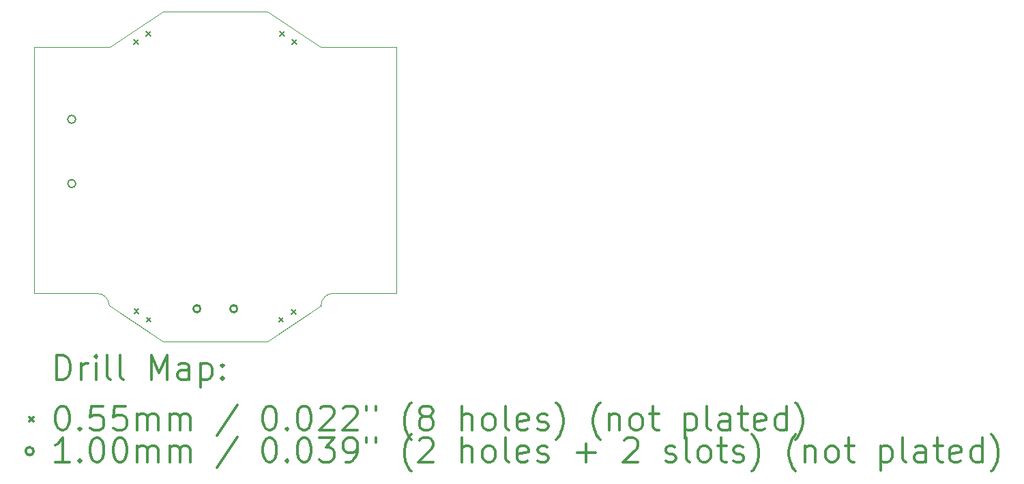
<source format=gbr>
%FSLAX45Y45*%
G04 Gerber Fmt 4.5, Leading zero omitted, Abs format (unit mm)*
G04 Created by KiCad*
%MOMM*%
%LPD*%
G04 APERTURE LIST*
%TA.AperFunction,Profile*%
%ADD10C,0.050000*%
%TD*%
%ADD11C,0.200000*%
%ADD12C,0.300000*%
G04 APERTURE END LIST*
D10*
X17313910Y-12600940D02*
G75*
G02X17466310Y-12448540I152400J0D01*
G01*
X14533880Y-12449810D02*
G75*
G02X14686280Y-12602210I0J-152400D01*
G01*
X15350000Y-13050000D02*
X14686280Y-12602210D01*
X17313910Y-12600940D02*
X16650000Y-13050000D01*
X16650000Y-8950000D02*
X17310100Y-9389110D01*
X15350000Y-8950000D02*
X14690000Y-9390000D01*
X16000000Y-8950000D02*
X15350000Y-8950000D01*
X16000000Y-13050000D02*
X15350000Y-13050000D01*
X16650000Y-13050000D02*
X16000000Y-13050000D01*
X16000000Y-8950000D02*
X16650000Y-8950000D01*
X18250000Y-12450000D02*
X17466310Y-12448540D01*
X18250000Y-9390000D02*
X17310100Y-9389110D01*
X13750000Y-9390000D02*
X14690000Y-9390000D01*
X13750000Y-12450000D02*
X14533880Y-12449810D01*
X13750000Y-11000000D02*
X13750000Y-12450000D01*
X13750000Y-11000000D02*
X13750000Y-9390000D01*
X18250000Y-11000000D02*
X18250000Y-12450000D01*
X18250000Y-11000000D02*
X18250000Y-9390000D01*
D11*
X14993834Y-12644637D02*
X15048834Y-12699637D01*
X15048834Y-12644637D02*
X14993834Y-12699637D01*
X16805039Y-9197598D02*
X16860039Y-9252598D01*
X16860039Y-9197598D02*
X16805039Y-9252598D01*
X16957706Y-9300573D02*
X17012706Y-9355573D01*
X17012706Y-9300573D02*
X16957706Y-9355573D01*
X14992749Y-9299562D02*
X15047749Y-9354562D01*
X15047749Y-9299562D02*
X14992749Y-9354562D01*
X15145416Y-9196587D02*
X15200416Y-9251587D01*
X15200416Y-9196587D02*
X15145416Y-9251587D01*
X15146501Y-12747612D02*
X15201501Y-12802612D01*
X15201501Y-12747612D02*
X15146501Y-12802612D01*
X16792507Y-12749777D02*
X16847507Y-12804777D01*
X16847507Y-12749777D02*
X16792507Y-12804777D01*
X16946948Y-12649482D02*
X17001948Y-12704482D01*
X17001948Y-12649482D02*
X16946948Y-12704482D01*
X14270000Y-10287000D02*
G75*
G03X14270000Y-10287000I-50000J0D01*
G01*
X14270000Y-11085000D02*
G75*
G03X14270000Y-11085000I-50000J0D01*
G01*
X15823400Y-12640450D02*
G75*
G03X15823400Y-12640450I-50000J0D01*
G01*
X15733400Y-12640450D02*
X15733400Y-12640450D01*
X15813400Y-12640450D02*
X15813400Y-12640450D01*
X15733400Y-12640450D02*
G75*
G03X15813400Y-12640450I40000J0D01*
G01*
X15813400Y-12640450D02*
G75*
G03X15733400Y-12640450I-40000J0D01*
G01*
X16280600Y-12640450D02*
G75*
G03X16280600Y-12640450I-50000J0D01*
G01*
X16190600Y-12640450D02*
X16190600Y-12640450D01*
X16270600Y-12640450D02*
X16270600Y-12640450D01*
X16190600Y-12640450D02*
G75*
G03X16270600Y-12640450I40000J0D01*
G01*
X16270600Y-12640450D02*
G75*
G03X16190600Y-12640450I-40000J0D01*
G01*
D12*
X14033928Y-13518214D02*
X14033928Y-13218214D01*
X14105357Y-13218214D01*
X14148214Y-13232500D01*
X14176786Y-13261071D01*
X14191071Y-13289643D01*
X14205357Y-13346786D01*
X14205357Y-13389643D01*
X14191071Y-13446786D01*
X14176786Y-13475357D01*
X14148214Y-13503929D01*
X14105357Y-13518214D01*
X14033928Y-13518214D01*
X14333928Y-13518214D02*
X14333928Y-13318214D01*
X14333928Y-13375357D02*
X14348214Y-13346786D01*
X14362500Y-13332500D01*
X14391071Y-13318214D01*
X14419643Y-13318214D01*
X14519643Y-13518214D02*
X14519643Y-13318214D01*
X14519643Y-13218214D02*
X14505357Y-13232500D01*
X14519643Y-13246786D01*
X14533928Y-13232500D01*
X14519643Y-13218214D01*
X14519643Y-13246786D01*
X14705357Y-13518214D02*
X14676786Y-13503929D01*
X14662500Y-13475357D01*
X14662500Y-13218214D01*
X14862500Y-13518214D02*
X14833928Y-13503929D01*
X14819643Y-13475357D01*
X14819643Y-13218214D01*
X15205357Y-13518214D02*
X15205357Y-13218214D01*
X15305357Y-13432500D01*
X15405357Y-13218214D01*
X15405357Y-13518214D01*
X15676786Y-13518214D02*
X15676786Y-13361071D01*
X15662500Y-13332500D01*
X15633928Y-13318214D01*
X15576786Y-13318214D01*
X15548214Y-13332500D01*
X15676786Y-13503929D02*
X15648214Y-13518214D01*
X15576786Y-13518214D01*
X15548214Y-13503929D01*
X15533928Y-13475357D01*
X15533928Y-13446786D01*
X15548214Y-13418214D01*
X15576786Y-13403929D01*
X15648214Y-13403929D01*
X15676786Y-13389643D01*
X15819643Y-13318214D02*
X15819643Y-13618214D01*
X15819643Y-13332500D02*
X15848214Y-13318214D01*
X15905357Y-13318214D01*
X15933928Y-13332500D01*
X15948214Y-13346786D01*
X15962500Y-13375357D01*
X15962500Y-13461071D01*
X15948214Y-13489643D01*
X15933928Y-13503929D01*
X15905357Y-13518214D01*
X15848214Y-13518214D01*
X15819643Y-13503929D01*
X16091071Y-13489643D02*
X16105357Y-13503929D01*
X16091071Y-13518214D01*
X16076786Y-13503929D01*
X16091071Y-13489643D01*
X16091071Y-13518214D01*
X16091071Y-13332500D02*
X16105357Y-13346786D01*
X16091071Y-13361071D01*
X16076786Y-13346786D01*
X16091071Y-13332500D01*
X16091071Y-13361071D01*
X13692500Y-13985000D02*
X13747500Y-14040000D01*
X13747500Y-13985000D02*
X13692500Y-14040000D01*
X14091071Y-13848214D02*
X14119643Y-13848214D01*
X14148214Y-13862500D01*
X14162500Y-13876786D01*
X14176786Y-13905357D01*
X14191071Y-13962500D01*
X14191071Y-14033929D01*
X14176786Y-14091071D01*
X14162500Y-14119643D01*
X14148214Y-14133929D01*
X14119643Y-14148214D01*
X14091071Y-14148214D01*
X14062500Y-14133929D01*
X14048214Y-14119643D01*
X14033928Y-14091071D01*
X14019643Y-14033929D01*
X14019643Y-13962500D01*
X14033928Y-13905357D01*
X14048214Y-13876786D01*
X14062500Y-13862500D01*
X14091071Y-13848214D01*
X14319643Y-14119643D02*
X14333928Y-14133929D01*
X14319643Y-14148214D01*
X14305357Y-14133929D01*
X14319643Y-14119643D01*
X14319643Y-14148214D01*
X14605357Y-13848214D02*
X14462500Y-13848214D01*
X14448214Y-13991071D01*
X14462500Y-13976786D01*
X14491071Y-13962500D01*
X14562500Y-13962500D01*
X14591071Y-13976786D01*
X14605357Y-13991071D01*
X14619643Y-14019643D01*
X14619643Y-14091071D01*
X14605357Y-14119643D01*
X14591071Y-14133929D01*
X14562500Y-14148214D01*
X14491071Y-14148214D01*
X14462500Y-14133929D01*
X14448214Y-14119643D01*
X14891071Y-13848214D02*
X14748214Y-13848214D01*
X14733928Y-13991071D01*
X14748214Y-13976786D01*
X14776786Y-13962500D01*
X14848214Y-13962500D01*
X14876786Y-13976786D01*
X14891071Y-13991071D01*
X14905357Y-14019643D01*
X14905357Y-14091071D01*
X14891071Y-14119643D01*
X14876786Y-14133929D01*
X14848214Y-14148214D01*
X14776786Y-14148214D01*
X14748214Y-14133929D01*
X14733928Y-14119643D01*
X15033928Y-14148214D02*
X15033928Y-13948214D01*
X15033928Y-13976786D02*
X15048214Y-13962500D01*
X15076786Y-13948214D01*
X15119643Y-13948214D01*
X15148214Y-13962500D01*
X15162500Y-13991071D01*
X15162500Y-14148214D01*
X15162500Y-13991071D02*
X15176786Y-13962500D01*
X15205357Y-13948214D01*
X15248214Y-13948214D01*
X15276786Y-13962500D01*
X15291071Y-13991071D01*
X15291071Y-14148214D01*
X15433928Y-14148214D02*
X15433928Y-13948214D01*
X15433928Y-13976786D02*
X15448214Y-13962500D01*
X15476786Y-13948214D01*
X15519643Y-13948214D01*
X15548214Y-13962500D01*
X15562500Y-13991071D01*
X15562500Y-14148214D01*
X15562500Y-13991071D02*
X15576786Y-13962500D01*
X15605357Y-13948214D01*
X15648214Y-13948214D01*
X15676786Y-13962500D01*
X15691071Y-13991071D01*
X15691071Y-14148214D01*
X16276786Y-13833929D02*
X16019643Y-14219643D01*
X16662500Y-13848214D02*
X16691071Y-13848214D01*
X16719643Y-13862500D01*
X16733928Y-13876786D01*
X16748214Y-13905357D01*
X16762500Y-13962500D01*
X16762500Y-14033929D01*
X16748214Y-14091071D01*
X16733928Y-14119643D01*
X16719643Y-14133929D01*
X16691071Y-14148214D01*
X16662500Y-14148214D01*
X16633928Y-14133929D01*
X16619643Y-14119643D01*
X16605357Y-14091071D01*
X16591071Y-14033929D01*
X16591071Y-13962500D01*
X16605357Y-13905357D01*
X16619643Y-13876786D01*
X16633928Y-13862500D01*
X16662500Y-13848214D01*
X16891071Y-14119643D02*
X16905357Y-14133929D01*
X16891071Y-14148214D01*
X16876786Y-14133929D01*
X16891071Y-14119643D01*
X16891071Y-14148214D01*
X17091071Y-13848214D02*
X17119643Y-13848214D01*
X17148214Y-13862500D01*
X17162500Y-13876786D01*
X17176786Y-13905357D01*
X17191071Y-13962500D01*
X17191071Y-14033929D01*
X17176786Y-14091071D01*
X17162500Y-14119643D01*
X17148214Y-14133929D01*
X17119643Y-14148214D01*
X17091071Y-14148214D01*
X17062500Y-14133929D01*
X17048214Y-14119643D01*
X17033928Y-14091071D01*
X17019643Y-14033929D01*
X17019643Y-13962500D01*
X17033928Y-13905357D01*
X17048214Y-13876786D01*
X17062500Y-13862500D01*
X17091071Y-13848214D01*
X17305357Y-13876786D02*
X17319643Y-13862500D01*
X17348214Y-13848214D01*
X17419643Y-13848214D01*
X17448214Y-13862500D01*
X17462500Y-13876786D01*
X17476786Y-13905357D01*
X17476786Y-13933929D01*
X17462500Y-13976786D01*
X17291071Y-14148214D01*
X17476786Y-14148214D01*
X17591071Y-13876786D02*
X17605357Y-13862500D01*
X17633928Y-13848214D01*
X17705357Y-13848214D01*
X17733928Y-13862500D01*
X17748214Y-13876786D01*
X17762500Y-13905357D01*
X17762500Y-13933929D01*
X17748214Y-13976786D01*
X17576786Y-14148214D01*
X17762500Y-14148214D01*
X17876786Y-13848214D02*
X17876786Y-13905357D01*
X17991071Y-13848214D02*
X17991071Y-13905357D01*
X18433928Y-14262500D02*
X18419643Y-14248214D01*
X18391071Y-14205357D01*
X18376786Y-14176786D01*
X18362500Y-14133929D01*
X18348214Y-14062500D01*
X18348214Y-14005357D01*
X18362500Y-13933929D01*
X18376786Y-13891071D01*
X18391071Y-13862500D01*
X18419643Y-13819643D01*
X18433928Y-13805357D01*
X18591071Y-13976786D02*
X18562500Y-13962500D01*
X18548214Y-13948214D01*
X18533928Y-13919643D01*
X18533928Y-13905357D01*
X18548214Y-13876786D01*
X18562500Y-13862500D01*
X18591071Y-13848214D01*
X18648214Y-13848214D01*
X18676786Y-13862500D01*
X18691071Y-13876786D01*
X18705357Y-13905357D01*
X18705357Y-13919643D01*
X18691071Y-13948214D01*
X18676786Y-13962500D01*
X18648214Y-13976786D01*
X18591071Y-13976786D01*
X18562500Y-13991071D01*
X18548214Y-14005357D01*
X18533928Y-14033929D01*
X18533928Y-14091071D01*
X18548214Y-14119643D01*
X18562500Y-14133929D01*
X18591071Y-14148214D01*
X18648214Y-14148214D01*
X18676786Y-14133929D01*
X18691071Y-14119643D01*
X18705357Y-14091071D01*
X18705357Y-14033929D01*
X18691071Y-14005357D01*
X18676786Y-13991071D01*
X18648214Y-13976786D01*
X19062500Y-14148214D02*
X19062500Y-13848214D01*
X19191071Y-14148214D02*
X19191071Y-13991071D01*
X19176786Y-13962500D01*
X19148214Y-13948214D01*
X19105357Y-13948214D01*
X19076786Y-13962500D01*
X19062500Y-13976786D01*
X19376786Y-14148214D02*
X19348214Y-14133929D01*
X19333928Y-14119643D01*
X19319643Y-14091071D01*
X19319643Y-14005357D01*
X19333928Y-13976786D01*
X19348214Y-13962500D01*
X19376786Y-13948214D01*
X19419643Y-13948214D01*
X19448214Y-13962500D01*
X19462500Y-13976786D01*
X19476786Y-14005357D01*
X19476786Y-14091071D01*
X19462500Y-14119643D01*
X19448214Y-14133929D01*
X19419643Y-14148214D01*
X19376786Y-14148214D01*
X19648214Y-14148214D02*
X19619643Y-14133929D01*
X19605357Y-14105357D01*
X19605357Y-13848214D01*
X19876786Y-14133929D02*
X19848214Y-14148214D01*
X19791071Y-14148214D01*
X19762500Y-14133929D01*
X19748214Y-14105357D01*
X19748214Y-13991071D01*
X19762500Y-13962500D01*
X19791071Y-13948214D01*
X19848214Y-13948214D01*
X19876786Y-13962500D01*
X19891071Y-13991071D01*
X19891071Y-14019643D01*
X19748214Y-14048214D01*
X20005357Y-14133929D02*
X20033928Y-14148214D01*
X20091071Y-14148214D01*
X20119643Y-14133929D01*
X20133928Y-14105357D01*
X20133928Y-14091071D01*
X20119643Y-14062500D01*
X20091071Y-14048214D01*
X20048214Y-14048214D01*
X20019643Y-14033929D01*
X20005357Y-14005357D01*
X20005357Y-13991071D01*
X20019643Y-13962500D01*
X20048214Y-13948214D01*
X20091071Y-13948214D01*
X20119643Y-13962500D01*
X20233928Y-14262500D02*
X20248214Y-14248214D01*
X20276786Y-14205357D01*
X20291071Y-14176786D01*
X20305357Y-14133929D01*
X20319643Y-14062500D01*
X20319643Y-14005357D01*
X20305357Y-13933929D01*
X20291071Y-13891071D01*
X20276786Y-13862500D01*
X20248214Y-13819643D01*
X20233928Y-13805357D01*
X20776786Y-14262500D02*
X20762500Y-14248214D01*
X20733928Y-14205357D01*
X20719643Y-14176786D01*
X20705357Y-14133929D01*
X20691071Y-14062500D01*
X20691071Y-14005357D01*
X20705357Y-13933929D01*
X20719643Y-13891071D01*
X20733928Y-13862500D01*
X20762500Y-13819643D01*
X20776786Y-13805357D01*
X20891071Y-13948214D02*
X20891071Y-14148214D01*
X20891071Y-13976786D02*
X20905357Y-13962500D01*
X20933928Y-13948214D01*
X20976786Y-13948214D01*
X21005357Y-13962500D01*
X21019643Y-13991071D01*
X21019643Y-14148214D01*
X21205357Y-14148214D02*
X21176786Y-14133929D01*
X21162500Y-14119643D01*
X21148214Y-14091071D01*
X21148214Y-14005357D01*
X21162500Y-13976786D01*
X21176786Y-13962500D01*
X21205357Y-13948214D01*
X21248214Y-13948214D01*
X21276786Y-13962500D01*
X21291071Y-13976786D01*
X21305357Y-14005357D01*
X21305357Y-14091071D01*
X21291071Y-14119643D01*
X21276786Y-14133929D01*
X21248214Y-14148214D01*
X21205357Y-14148214D01*
X21391071Y-13948214D02*
X21505357Y-13948214D01*
X21433928Y-13848214D02*
X21433928Y-14105357D01*
X21448214Y-14133929D01*
X21476786Y-14148214D01*
X21505357Y-14148214D01*
X21833928Y-13948214D02*
X21833928Y-14248214D01*
X21833928Y-13962500D02*
X21862500Y-13948214D01*
X21919643Y-13948214D01*
X21948214Y-13962500D01*
X21962500Y-13976786D01*
X21976786Y-14005357D01*
X21976786Y-14091071D01*
X21962500Y-14119643D01*
X21948214Y-14133929D01*
X21919643Y-14148214D01*
X21862500Y-14148214D01*
X21833928Y-14133929D01*
X22148214Y-14148214D02*
X22119643Y-14133929D01*
X22105357Y-14105357D01*
X22105357Y-13848214D01*
X22391071Y-14148214D02*
X22391071Y-13991071D01*
X22376786Y-13962500D01*
X22348214Y-13948214D01*
X22291071Y-13948214D01*
X22262500Y-13962500D01*
X22391071Y-14133929D02*
X22362500Y-14148214D01*
X22291071Y-14148214D01*
X22262500Y-14133929D01*
X22248214Y-14105357D01*
X22248214Y-14076786D01*
X22262500Y-14048214D01*
X22291071Y-14033929D01*
X22362500Y-14033929D01*
X22391071Y-14019643D01*
X22491071Y-13948214D02*
X22605357Y-13948214D01*
X22533928Y-13848214D02*
X22533928Y-14105357D01*
X22548214Y-14133929D01*
X22576786Y-14148214D01*
X22605357Y-14148214D01*
X22819643Y-14133929D02*
X22791071Y-14148214D01*
X22733928Y-14148214D01*
X22705357Y-14133929D01*
X22691071Y-14105357D01*
X22691071Y-13991071D01*
X22705357Y-13962500D01*
X22733928Y-13948214D01*
X22791071Y-13948214D01*
X22819643Y-13962500D01*
X22833928Y-13991071D01*
X22833928Y-14019643D01*
X22691071Y-14048214D01*
X23091071Y-14148214D02*
X23091071Y-13848214D01*
X23091071Y-14133929D02*
X23062500Y-14148214D01*
X23005357Y-14148214D01*
X22976786Y-14133929D01*
X22962500Y-14119643D01*
X22948214Y-14091071D01*
X22948214Y-14005357D01*
X22962500Y-13976786D01*
X22976786Y-13962500D01*
X23005357Y-13948214D01*
X23062500Y-13948214D01*
X23091071Y-13962500D01*
X23205357Y-14262500D02*
X23219643Y-14248214D01*
X23248214Y-14205357D01*
X23262500Y-14176786D01*
X23276786Y-14133929D01*
X23291071Y-14062500D01*
X23291071Y-14005357D01*
X23276786Y-13933929D01*
X23262500Y-13891071D01*
X23248214Y-13862500D01*
X23219643Y-13819643D01*
X23205357Y-13805357D01*
X13747500Y-14408500D02*
G75*
G03X13747500Y-14408500I-50000J0D01*
G01*
X14191071Y-14544214D02*
X14019643Y-14544214D01*
X14105357Y-14544214D02*
X14105357Y-14244214D01*
X14076786Y-14287071D01*
X14048214Y-14315643D01*
X14019643Y-14329929D01*
X14319643Y-14515643D02*
X14333928Y-14529929D01*
X14319643Y-14544214D01*
X14305357Y-14529929D01*
X14319643Y-14515643D01*
X14319643Y-14544214D01*
X14519643Y-14244214D02*
X14548214Y-14244214D01*
X14576786Y-14258500D01*
X14591071Y-14272786D01*
X14605357Y-14301357D01*
X14619643Y-14358500D01*
X14619643Y-14429929D01*
X14605357Y-14487071D01*
X14591071Y-14515643D01*
X14576786Y-14529929D01*
X14548214Y-14544214D01*
X14519643Y-14544214D01*
X14491071Y-14529929D01*
X14476786Y-14515643D01*
X14462500Y-14487071D01*
X14448214Y-14429929D01*
X14448214Y-14358500D01*
X14462500Y-14301357D01*
X14476786Y-14272786D01*
X14491071Y-14258500D01*
X14519643Y-14244214D01*
X14805357Y-14244214D02*
X14833928Y-14244214D01*
X14862500Y-14258500D01*
X14876786Y-14272786D01*
X14891071Y-14301357D01*
X14905357Y-14358500D01*
X14905357Y-14429929D01*
X14891071Y-14487071D01*
X14876786Y-14515643D01*
X14862500Y-14529929D01*
X14833928Y-14544214D01*
X14805357Y-14544214D01*
X14776786Y-14529929D01*
X14762500Y-14515643D01*
X14748214Y-14487071D01*
X14733928Y-14429929D01*
X14733928Y-14358500D01*
X14748214Y-14301357D01*
X14762500Y-14272786D01*
X14776786Y-14258500D01*
X14805357Y-14244214D01*
X15033928Y-14544214D02*
X15033928Y-14344214D01*
X15033928Y-14372786D02*
X15048214Y-14358500D01*
X15076786Y-14344214D01*
X15119643Y-14344214D01*
X15148214Y-14358500D01*
X15162500Y-14387071D01*
X15162500Y-14544214D01*
X15162500Y-14387071D02*
X15176786Y-14358500D01*
X15205357Y-14344214D01*
X15248214Y-14344214D01*
X15276786Y-14358500D01*
X15291071Y-14387071D01*
X15291071Y-14544214D01*
X15433928Y-14544214D02*
X15433928Y-14344214D01*
X15433928Y-14372786D02*
X15448214Y-14358500D01*
X15476786Y-14344214D01*
X15519643Y-14344214D01*
X15548214Y-14358500D01*
X15562500Y-14387071D01*
X15562500Y-14544214D01*
X15562500Y-14387071D02*
X15576786Y-14358500D01*
X15605357Y-14344214D01*
X15648214Y-14344214D01*
X15676786Y-14358500D01*
X15691071Y-14387071D01*
X15691071Y-14544214D01*
X16276786Y-14229929D02*
X16019643Y-14615643D01*
X16662500Y-14244214D02*
X16691071Y-14244214D01*
X16719643Y-14258500D01*
X16733928Y-14272786D01*
X16748214Y-14301357D01*
X16762500Y-14358500D01*
X16762500Y-14429929D01*
X16748214Y-14487071D01*
X16733928Y-14515643D01*
X16719643Y-14529929D01*
X16691071Y-14544214D01*
X16662500Y-14544214D01*
X16633928Y-14529929D01*
X16619643Y-14515643D01*
X16605357Y-14487071D01*
X16591071Y-14429929D01*
X16591071Y-14358500D01*
X16605357Y-14301357D01*
X16619643Y-14272786D01*
X16633928Y-14258500D01*
X16662500Y-14244214D01*
X16891071Y-14515643D02*
X16905357Y-14529929D01*
X16891071Y-14544214D01*
X16876786Y-14529929D01*
X16891071Y-14515643D01*
X16891071Y-14544214D01*
X17091071Y-14244214D02*
X17119643Y-14244214D01*
X17148214Y-14258500D01*
X17162500Y-14272786D01*
X17176786Y-14301357D01*
X17191071Y-14358500D01*
X17191071Y-14429929D01*
X17176786Y-14487071D01*
X17162500Y-14515643D01*
X17148214Y-14529929D01*
X17119643Y-14544214D01*
X17091071Y-14544214D01*
X17062500Y-14529929D01*
X17048214Y-14515643D01*
X17033928Y-14487071D01*
X17019643Y-14429929D01*
X17019643Y-14358500D01*
X17033928Y-14301357D01*
X17048214Y-14272786D01*
X17062500Y-14258500D01*
X17091071Y-14244214D01*
X17291071Y-14244214D02*
X17476786Y-14244214D01*
X17376786Y-14358500D01*
X17419643Y-14358500D01*
X17448214Y-14372786D01*
X17462500Y-14387071D01*
X17476786Y-14415643D01*
X17476786Y-14487071D01*
X17462500Y-14515643D01*
X17448214Y-14529929D01*
X17419643Y-14544214D01*
X17333928Y-14544214D01*
X17305357Y-14529929D01*
X17291071Y-14515643D01*
X17619643Y-14544214D02*
X17676786Y-14544214D01*
X17705357Y-14529929D01*
X17719643Y-14515643D01*
X17748214Y-14472786D01*
X17762500Y-14415643D01*
X17762500Y-14301357D01*
X17748214Y-14272786D01*
X17733928Y-14258500D01*
X17705357Y-14244214D01*
X17648214Y-14244214D01*
X17619643Y-14258500D01*
X17605357Y-14272786D01*
X17591071Y-14301357D01*
X17591071Y-14372786D01*
X17605357Y-14401357D01*
X17619643Y-14415643D01*
X17648214Y-14429929D01*
X17705357Y-14429929D01*
X17733928Y-14415643D01*
X17748214Y-14401357D01*
X17762500Y-14372786D01*
X17876786Y-14244214D02*
X17876786Y-14301357D01*
X17991071Y-14244214D02*
X17991071Y-14301357D01*
X18433928Y-14658500D02*
X18419643Y-14644214D01*
X18391071Y-14601357D01*
X18376786Y-14572786D01*
X18362500Y-14529929D01*
X18348214Y-14458500D01*
X18348214Y-14401357D01*
X18362500Y-14329929D01*
X18376786Y-14287071D01*
X18391071Y-14258500D01*
X18419643Y-14215643D01*
X18433928Y-14201357D01*
X18533928Y-14272786D02*
X18548214Y-14258500D01*
X18576786Y-14244214D01*
X18648214Y-14244214D01*
X18676786Y-14258500D01*
X18691071Y-14272786D01*
X18705357Y-14301357D01*
X18705357Y-14329929D01*
X18691071Y-14372786D01*
X18519643Y-14544214D01*
X18705357Y-14544214D01*
X19062500Y-14544214D02*
X19062500Y-14244214D01*
X19191071Y-14544214D02*
X19191071Y-14387071D01*
X19176786Y-14358500D01*
X19148214Y-14344214D01*
X19105357Y-14344214D01*
X19076786Y-14358500D01*
X19062500Y-14372786D01*
X19376786Y-14544214D02*
X19348214Y-14529929D01*
X19333928Y-14515643D01*
X19319643Y-14487071D01*
X19319643Y-14401357D01*
X19333928Y-14372786D01*
X19348214Y-14358500D01*
X19376786Y-14344214D01*
X19419643Y-14344214D01*
X19448214Y-14358500D01*
X19462500Y-14372786D01*
X19476786Y-14401357D01*
X19476786Y-14487071D01*
X19462500Y-14515643D01*
X19448214Y-14529929D01*
X19419643Y-14544214D01*
X19376786Y-14544214D01*
X19648214Y-14544214D02*
X19619643Y-14529929D01*
X19605357Y-14501357D01*
X19605357Y-14244214D01*
X19876786Y-14529929D02*
X19848214Y-14544214D01*
X19791071Y-14544214D01*
X19762500Y-14529929D01*
X19748214Y-14501357D01*
X19748214Y-14387071D01*
X19762500Y-14358500D01*
X19791071Y-14344214D01*
X19848214Y-14344214D01*
X19876786Y-14358500D01*
X19891071Y-14387071D01*
X19891071Y-14415643D01*
X19748214Y-14444214D01*
X20005357Y-14529929D02*
X20033928Y-14544214D01*
X20091071Y-14544214D01*
X20119643Y-14529929D01*
X20133928Y-14501357D01*
X20133928Y-14487071D01*
X20119643Y-14458500D01*
X20091071Y-14444214D01*
X20048214Y-14444214D01*
X20019643Y-14429929D01*
X20005357Y-14401357D01*
X20005357Y-14387071D01*
X20019643Y-14358500D01*
X20048214Y-14344214D01*
X20091071Y-14344214D01*
X20119643Y-14358500D01*
X20491071Y-14429929D02*
X20719643Y-14429929D01*
X20605357Y-14544214D02*
X20605357Y-14315643D01*
X21076786Y-14272786D02*
X21091071Y-14258500D01*
X21119643Y-14244214D01*
X21191071Y-14244214D01*
X21219643Y-14258500D01*
X21233928Y-14272786D01*
X21248214Y-14301357D01*
X21248214Y-14329929D01*
X21233928Y-14372786D01*
X21062500Y-14544214D01*
X21248214Y-14544214D01*
X21591071Y-14529929D02*
X21619643Y-14544214D01*
X21676786Y-14544214D01*
X21705357Y-14529929D01*
X21719643Y-14501357D01*
X21719643Y-14487071D01*
X21705357Y-14458500D01*
X21676786Y-14444214D01*
X21633928Y-14444214D01*
X21605357Y-14429929D01*
X21591071Y-14401357D01*
X21591071Y-14387071D01*
X21605357Y-14358500D01*
X21633928Y-14344214D01*
X21676786Y-14344214D01*
X21705357Y-14358500D01*
X21891071Y-14544214D02*
X21862500Y-14529929D01*
X21848214Y-14501357D01*
X21848214Y-14244214D01*
X22048214Y-14544214D02*
X22019643Y-14529929D01*
X22005357Y-14515643D01*
X21991071Y-14487071D01*
X21991071Y-14401357D01*
X22005357Y-14372786D01*
X22019643Y-14358500D01*
X22048214Y-14344214D01*
X22091071Y-14344214D01*
X22119643Y-14358500D01*
X22133928Y-14372786D01*
X22148214Y-14401357D01*
X22148214Y-14487071D01*
X22133928Y-14515643D01*
X22119643Y-14529929D01*
X22091071Y-14544214D01*
X22048214Y-14544214D01*
X22233928Y-14344214D02*
X22348214Y-14344214D01*
X22276786Y-14244214D02*
X22276786Y-14501357D01*
X22291071Y-14529929D01*
X22319643Y-14544214D01*
X22348214Y-14544214D01*
X22433928Y-14529929D02*
X22462500Y-14544214D01*
X22519643Y-14544214D01*
X22548214Y-14529929D01*
X22562500Y-14501357D01*
X22562500Y-14487071D01*
X22548214Y-14458500D01*
X22519643Y-14444214D01*
X22476786Y-14444214D01*
X22448214Y-14429929D01*
X22433928Y-14401357D01*
X22433928Y-14387071D01*
X22448214Y-14358500D01*
X22476786Y-14344214D01*
X22519643Y-14344214D01*
X22548214Y-14358500D01*
X22662500Y-14658500D02*
X22676786Y-14644214D01*
X22705357Y-14601357D01*
X22719643Y-14572786D01*
X22733928Y-14529929D01*
X22748214Y-14458500D01*
X22748214Y-14401357D01*
X22733928Y-14329929D01*
X22719643Y-14287071D01*
X22705357Y-14258500D01*
X22676786Y-14215643D01*
X22662500Y-14201357D01*
X23205357Y-14658500D02*
X23191071Y-14644214D01*
X23162500Y-14601357D01*
X23148214Y-14572786D01*
X23133928Y-14529929D01*
X23119643Y-14458500D01*
X23119643Y-14401357D01*
X23133928Y-14329929D01*
X23148214Y-14287071D01*
X23162500Y-14258500D01*
X23191071Y-14215643D01*
X23205357Y-14201357D01*
X23319643Y-14344214D02*
X23319643Y-14544214D01*
X23319643Y-14372786D02*
X23333928Y-14358500D01*
X23362500Y-14344214D01*
X23405357Y-14344214D01*
X23433928Y-14358500D01*
X23448214Y-14387071D01*
X23448214Y-14544214D01*
X23633928Y-14544214D02*
X23605357Y-14529929D01*
X23591071Y-14515643D01*
X23576786Y-14487071D01*
X23576786Y-14401357D01*
X23591071Y-14372786D01*
X23605357Y-14358500D01*
X23633928Y-14344214D01*
X23676786Y-14344214D01*
X23705357Y-14358500D01*
X23719643Y-14372786D01*
X23733928Y-14401357D01*
X23733928Y-14487071D01*
X23719643Y-14515643D01*
X23705357Y-14529929D01*
X23676786Y-14544214D01*
X23633928Y-14544214D01*
X23819643Y-14344214D02*
X23933928Y-14344214D01*
X23862500Y-14244214D02*
X23862500Y-14501357D01*
X23876786Y-14529929D01*
X23905357Y-14544214D01*
X23933928Y-14544214D01*
X24262500Y-14344214D02*
X24262500Y-14644214D01*
X24262500Y-14358500D02*
X24291071Y-14344214D01*
X24348214Y-14344214D01*
X24376786Y-14358500D01*
X24391071Y-14372786D01*
X24405357Y-14401357D01*
X24405357Y-14487071D01*
X24391071Y-14515643D01*
X24376786Y-14529929D01*
X24348214Y-14544214D01*
X24291071Y-14544214D01*
X24262500Y-14529929D01*
X24576786Y-14544214D02*
X24548214Y-14529929D01*
X24533928Y-14501357D01*
X24533928Y-14244214D01*
X24819643Y-14544214D02*
X24819643Y-14387071D01*
X24805357Y-14358500D01*
X24776786Y-14344214D01*
X24719643Y-14344214D01*
X24691071Y-14358500D01*
X24819643Y-14529929D02*
X24791071Y-14544214D01*
X24719643Y-14544214D01*
X24691071Y-14529929D01*
X24676786Y-14501357D01*
X24676786Y-14472786D01*
X24691071Y-14444214D01*
X24719643Y-14429929D01*
X24791071Y-14429929D01*
X24819643Y-14415643D01*
X24919643Y-14344214D02*
X25033928Y-14344214D01*
X24962500Y-14244214D02*
X24962500Y-14501357D01*
X24976786Y-14529929D01*
X25005357Y-14544214D01*
X25033928Y-14544214D01*
X25248214Y-14529929D02*
X25219643Y-14544214D01*
X25162500Y-14544214D01*
X25133928Y-14529929D01*
X25119643Y-14501357D01*
X25119643Y-14387071D01*
X25133928Y-14358500D01*
X25162500Y-14344214D01*
X25219643Y-14344214D01*
X25248214Y-14358500D01*
X25262500Y-14387071D01*
X25262500Y-14415643D01*
X25119643Y-14444214D01*
X25519643Y-14544214D02*
X25519643Y-14244214D01*
X25519643Y-14529929D02*
X25491071Y-14544214D01*
X25433928Y-14544214D01*
X25405357Y-14529929D01*
X25391071Y-14515643D01*
X25376786Y-14487071D01*
X25376786Y-14401357D01*
X25391071Y-14372786D01*
X25405357Y-14358500D01*
X25433928Y-14344214D01*
X25491071Y-14344214D01*
X25519643Y-14358500D01*
X25633928Y-14658500D02*
X25648214Y-14644214D01*
X25676786Y-14601357D01*
X25691071Y-14572786D01*
X25705357Y-14529929D01*
X25719643Y-14458500D01*
X25719643Y-14401357D01*
X25705357Y-14329929D01*
X25691071Y-14287071D01*
X25676786Y-14258500D01*
X25648214Y-14215643D01*
X25633928Y-14201357D01*
M02*

</source>
